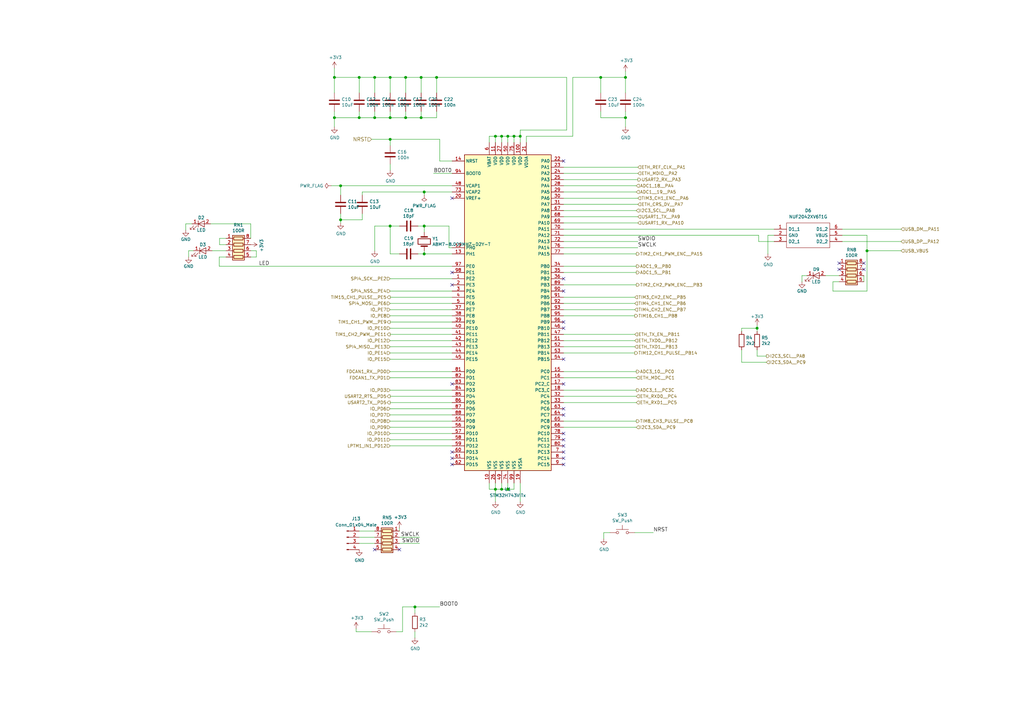
<source format=kicad_sch>
(kicad_sch (version 20201015) (generator eeschema)
  (paper "A3")
  (title_block (title "Uni printer") (date "2020-04-30") (rev "2.0") (company "Kartech") (comment 1 "jaroslaw.karwik@gmail.com"))
  (lib_symbols
    (symbol "Connector:Conn_01x04_Male" (pin_names (offset 1.016) hide)
      (property "Reference" "J" (at 0 5.08 0))
      (property "Value" "Conn_01x04_Male" (at 0 -7.62 0))
      (symbol "Conn_01x04_Male_1_1"
        (rectangle (start 0.8636 -4.953) (end 0 -5.207) (stroke (width 0.1524)) (fill (type outline)))
        (rectangle (start 0.8636 -2.413) (end 0 -2.667) (stroke (width 0.1524)) (fill (type outline)))
        (rectangle (start 0.8636 0.127) (end 0 -0.127) (stroke (width 0.1524)) (fill (type outline)))
        (rectangle (start 0.8636 2.667) (end 0 2.413) (stroke (width 0.1524)) (fill (type outline)))
        (polyline (pts (xy 1.27 -5.08) (xy 0.8636 -5.08)) (stroke (width 0.1524)))
        (polyline (pts (xy 1.27 -2.54) (xy 0.8636 -2.54)) (stroke (width 0.1524)))
        (polyline (pts (xy 1.27 0) (xy 0.8636 0)) (stroke (width 0.1524)))
        (polyline (pts (xy 1.27 2.54) (xy 0.8636 2.54)) (stroke (width 0.1524)))
        (pin passive line (at 5.08 2.54 180) (length 3.81) (name "Pin_1") (number "1"))
        (pin passive line (at 5.08 0 180) (length 3.81) (name "Pin_2") (number "2"))
        (pin passive line (at 5.08 -2.54 180) (length 3.81) (name "Pin_3") (number "3"))
        (pin passive line (at 5.08 -5.08 180) (length 3.81) (name "Pin_4") (number "4"))
      )
    )
    (symbol "MCU_ST_STM32H7:STM32H743VITx"
      (property "Reference" "U" (at -17.78 64.77 0))
      (property "Value" "STM32H743VITx" (at 10.16 64.77 0))
      (symbol "STM32H743VITx_0_1"
        (rectangle (start -17.78 -66.04) (end 17.78 63.5) (stroke (width 0.254)) (fill (type background)))
      )
      (symbol "STM32H743VITx_1_1"
        (pin input line (at -22.86 55.88 0) (length 5.08) (name "BOOT0") (number "94"))
        (pin input line (at -22.86 60.96 0) (length 5.08) (name "NRST") (number "14"))
        (pin bidirectional line (at 22.86 60.96 180) (length 5.08) (name "PA0") (number "22"))
        (pin bidirectional line (at 22.86 58.42 180) (length 5.08) (name "PA1") (number "23"))
        (pin bidirectional line (at 22.86 35.56 180) (length 5.08) (name "PA10") (number "69"))
        (pin bidirectional line (at 22.86 33.02 180) (length 5.08) (name "PA11") (number "70"))
        (pin bidirectional line (at 22.86 30.48 180) (length 5.08) (name "PA12") (number "71"))
        (pin bidirectional line (at 22.86 27.94 180) (length 5.08) (name "PA13") (number "72"))
        (pin bidirectional line (at 22.86 25.4 180) (length 5.08) (name "PA14") (number "76"))
        (pin bidirectional line (at 22.86 22.86 180) (length 5.08) (name "PA15") (number "77"))
        (pin bidirectional line (at 22.86 55.88 180) (length 5.08) (name "PA2") (number "24"))
        (pin bidirectional line (at 22.86 53.34 180) (length 5.08) (name "PA3") (number "25"))
        (pin bidirectional line (at 22.86 50.8 180) (length 5.08) (name "PA4") (number "28"))
        (pin bidirectional line (at 22.86 48.26 180) (length 5.08) (name "PA5") (number "29"))
        (pin bidirectional line (at 22.86 45.72 180) (length 5.08) (name "PA6") (number "30"))
        (pin bidirectional line (at 22.86 43.18 180) (length 5.08) (name "PA7") (number "31"))
        (pin bidirectional line (at 22.86 40.64 180) (length 5.08) (name "PA8") (number "67"))
        (pin bidirectional line (at 22.86 38.1 180) (length 5.08) (name "PA9") (number "68"))
        (pin bidirectional line (at 22.86 17.78 180) (length 5.08) (name "PB0") (number "34"))
        (pin bidirectional line (at 22.86 15.24 180) (length 5.08) (name "PB1") (number "35"))
        (pin bidirectional line (at 22.86 -7.62 180) (length 5.08) (name "PB10") (number "46"))
        (pin bidirectional line (at 22.86 -10.16 180) (length 5.08) (name "PB11") (number "47"))
        (pin bidirectional line (at 22.86 -12.7 180) (length 5.08) (name "PB12") (number "51"))
        (pin bidirectional line (at 22.86 -15.24 180) (length 5.08) (name "PB13") (number "52"))
        (pin bidirectional line (at 22.86 -17.78 180) (length 5.08) (name "PB14") (number "53"))
        (pin bidirectional line (at 22.86 -20.32 180) (length 5.08) (name "PB15") (number "54"))
        (pin bidirectional line (at 22.86 12.7 180) (length 5.08) (name "PB2") (number "36"))
        (pin bidirectional line (at 22.86 10.16 180) (length 5.08) (name "PB3") (number "89"))
        (pin bidirectional line (at 22.86 7.62 180) (length 5.08) (name "PB4") (number "90"))
        (pin bidirectional line (at 22.86 5.08 180) (length 5.08) (name "PB5") (number "91"))
        (pin bidirectional line (at 22.86 2.54 180) (length 5.08) (name "PB6") (number "92"))
        (pin bidirectional line (at 22.86 0 180) (length 5.08) (name "PB7") (number "93"))
        (pin bidirectional line (at 22.86 -2.54 180) (length 5.08) (name "PB8") (number "95"))
        (pin bidirectional line (at 22.86 -5.08 180) (length 5.08) (name "PB9") (number "96"))
        (pin bidirectional line (at 22.86 -25.4 180) (length 5.08) (name "PC0") (number "15"))
        (pin bidirectional line (at 22.86 -27.94 180) (length 5.08) (name "PC1") (number "16"))
        (pin bidirectional line (at 22.86 -50.8 180) (length 5.08) (name "PC10") (number "78"))
        (pin bidirectional line (at 22.86 -53.34 180) (length 5.08) (name "PC11") (number "79"))
        (pin bidirectional line (at 22.86 -55.88 180) (length 5.08) (name "PC12") (number "80"))
        (pin bidirectional line (at 22.86 -58.42 180) (length 5.08) (name "PC13") (number "7"))
        (pin bidirectional line (at 22.86 -60.96 180) (length 5.08) (name "PC14") (number "8"))
        (pin bidirectional line (at 22.86 -63.5 180) (length 5.08) (name "PC15") (number "9"))
        (pin bidirectional line (at 22.86 -30.48 180) (length 5.08) (name "PC2_C") (number "17"))
        (pin bidirectional line (at 22.86 -33.02 180) (length 5.08) (name "PC3_C") (number "18"))
        (pin bidirectional line (at 22.86 -35.56 180) (length 5.08) (name "PC4") (number "32"))
        (pin bidirectional line (at 22.86 -38.1 180) (length 5.08) (name "PC5") (number "33"))
        (pin bidirectional line (at 22.86 -40.64 180) (length 5.08) (name "PC6") (number "63"))
        (pin bidirectional line (at 22.86 -43.18 180) (length 5.08) (name "PC7") (number "64"))
        (pin bidirectional line (at 22.86 -45.72 180) (length 5.08) (name "PC8") (number "65"))
        (pin bidirectional line (at 22.86 -48.26 180) (length 5.08) (name "PC9") (number "66"))
        (pin bidirectional line (at -22.86 -25.4 0) (length 5.08) (name "PD0") (number "81"))
        (pin bidirectional line (at -22.86 -27.94 0) (length 5.08) (name "PD1") (number "82"))
        (pin bidirectional line (at -22.86 -50.8 0) (length 5.08) (name "PD10") (number "57"))
        (pin bidirectional line (at -22.86 -53.34 0) (length 5.08) (name "PD11") (number "58"))
        (pin bidirectional line (at -22.86 -55.88 0) (length 5.08) (name "PD12") (number "59"))
        (pin bidirectional line (at -22.86 -58.42 0) (length 5.08) (name "PD13") (number "60"))
        (pin bidirectional line (at -22.86 -60.96 0) (length 5.08) (name "PD14") (number "61"))
        (pin bidirectional line (at -22.86 -63.5 0) (length 5.08) (name "PD15") (number "62"))
        (pin bidirectional line (at -22.86 -30.48 0) (length 5.08) (name "PD2") (number "83"))
        (pin bidirectional line (at -22.86 -33.02 0) (length 5.08) (name "PD3") (number "84"))
        (pin bidirectional line (at -22.86 -35.56 0) (length 5.08) (name "PD4") (number "85"))
        (pin bidirectional line (at -22.86 -38.1 0) (length 5.08) (name "PD5") (number "86"))
        (pin bidirectional line (at -22.86 -40.64 0) (length 5.08) (name "PD6") (number "87"))
        (pin bidirectional line (at -22.86 -43.18 0) (length 5.08) (name "PD7") (number "88"))
        (pin bidirectional line (at -22.86 -45.72 0) (length 5.08) (name "PD8") (number "55"))
        (pin bidirectional line (at -22.86 -48.26 0) (length 5.08) (name "PD9") (number "56"))
        (pin bidirectional line (at -22.86 17.78 0) (length 5.08) (name "PE0") (number "97"))
        (pin bidirectional line (at -22.86 15.24 0) (length 5.08) (name "PE1") (number "98"))
        (pin bidirectional line (at -22.86 -7.62 0) (length 5.08) (name "PE10") (number "40"))
        (pin bidirectional line (at -22.86 -10.16 0) (length 5.08) (name "PE11") (number "41"))
        (pin bidirectional line (at -22.86 -12.7 0) (length 5.08) (name "PE12") (number "42"))
        (pin bidirectional line (at -22.86 -15.24 0) (length 5.08) (name "PE13") (number "43"))
        (pin bidirectional line (at -22.86 -17.78 0) (length 5.08) (name "PE14") (number "44"))
        (pin bidirectional line (at -22.86 -20.32 0) (length 5.08) (name "PE15") (number "45"))
        (pin bidirectional line (at -22.86 12.7 0) (length 5.08) (name "PE2") (number "1"))
        (pin bidirectional line (at -22.86 10.16 0) (length 5.08) (name "PE3") (number "2"))
        (pin bidirectional line (at -22.86 7.62 0) (length 5.08) (name "PE4") (number "3"))
        (pin bidirectional line (at -22.86 5.08 0) (length 5.08) (name "PE5") (number "4"))
        (pin bidirectional line (at -22.86 2.54 0) (length 5.08) (name "PE6") (number "5"))
        (pin bidirectional line (at -22.86 0 0) (length 5.08) (name "PE7") (number "37"))
        (pin bidirectional line (at -22.86 -2.54 0) (length 5.08) (name "PE8") (number "38"))
        (pin bidirectional line (at -22.86 -5.08 0) (length 5.08) (name "PE9") (number "39"))
        (pin input line (at -22.86 25.4 0) (length 5.08) (name "PH0") (number "12"))
        (pin input line (at -22.86 22.86 0) (length 5.08) (name "PH1") (number "13"))
        (pin power_in line (at -7.62 68.58 270) (length 5.08) (name "VBAT") (number "6"))
        (pin power_in line (at -22.86 50.8 0) (length 5.08) (name "VCAP1") (number "48"))
        (pin power_in line (at -22.86 48.26 0) (length 5.08) (name "VCAP2") (number "73"))
        (pin power_in line (at 5.08 68.58 270) (length 5.08) (name "VDD") (number "100"))
        (pin power_in line (at -5.08 68.58 270) (length 5.08) (name "VDD") (number "11"))
        (pin power_in line (at -2.54 68.58 270) (length 5.08) (name "VDD") (number "27"))
        (pin power_in line (at 0 68.58 270) (length 5.08) (name "VDD") (number "50"))
        (pin power_in line (at 2.54 68.58 270) (length 5.08) (name "VDD") (number "75"))
        (pin power_in line (at 7.62 68.58 270) (length 5.08) (name "VDDA") (number "21"))
        (pin bidirectional line (at -22.86 45.72 0) (length 5.08) (name "VREF+") (number "20"))
        (pin power_in line (at -7.62 -71.12 90) (length 5.08) (name "VSS") (number "10"))
        (pin power_in line (at -5.08 -71.12 90) (length 5.08) (name "VSS") (number "26"))
        (pin power_in line (at -2.54 -71.12 90) (length 5.08) (name "VSS") (number "49"))
        (pin power_in line (at 0 -71.12 90) (length 5.08) (name "VSS") (number "74"))
        (pin power_in line (at 2.54 -71.12 90) (length 5.08) (name "VSS") (number "99"))
        (pin power_in line (at 5.08 -71.12 90) (length 5.08) (name "VSSA") (number "19"))
      )
    )
    (symbol "NUF2042XV6T1G:NUF2042XV6T1G" (pin_names (offset 0.762))
      (property "Reference" "D" (at 24.13 7.62 0))
      (property "Value" "NUF2042XV6T1G" (at 24.13 5.08 0))
      (symbol "NUF2042XV6T1G_0_0"
        (pin unspecified line (at 0 0 0) (length 5.08) (name "D1_1") (number "1"))
        (pin unspecified line (at 0 -2.54 0) (length 5.08) (name "GND") (number "2"))
        (pin unspecified line (at 0 -5.08 0) (length 5.08) (name "D2_1") (number "3"))
        (pin unspecified line (at 27.94 0 180) (length 5.08) (name "D1_2") (number "6"))
        (pin unspecified line (at 27.94 -2.54 180) (length 5.08) (name "VBUS") (number "5"))
        (pin unspecified line (at 27.94 -5.08 180) (length 5.08) (name "D2_2") (number "4"))
      )
      (symbol "NUF2042XV6T1G_0_1"
        (polyline (pts (xy 5.08 2.54) (xy 22.86 2.54) (xy 22.86 -7.62) (xy 5.08 -7.62) (xy 5.08 2.54)) (stroke (width 0.1524)))
      )
    )
    (symbol "Uni_Printer-rescue:C-Device" (pin_numbers hide) (pin_names (offset 0.254))
      (property "Reference" "C" (at 0.635 2.54 0))
      (property "Value" "C-Device" (at 0.635 -2.54 0))
      (symbol "C-Device_0_1"
        (polyline (pts (xy -2.032 -0.762) (xy 2.032 -0.762)) (stroke (width 0.508)))
        (polyline (pts (xy -2.032 0.762) (xy 2.032 0.762)) (stroke (width 0.508)))
      )
      (symbol "C-Device_1_1"
        (pin passive line (at 0 3.81 270) (length 2.794) (name "~") (number "1"))
        (pin passive line (at 0 -3.81 90) (length 2.794) (name "~") (number "2"))
      )
    )
    (symbol "Uni_Printer-rescue:Crystal-Device" (pin_numbers hide) (pin_names (offset 1.016) hide)
      (property "Reference" "Y" (at 0 3.81 0))
      (property "Value" "Crystal-Device" (at 0 -3.81 0))
      (symbol "Crystal-Device_0_1"
        (rectangle (start -1.143 2.54) (end 1.143 -2.54) (stroke (width 0.3048)))
        (polyline (pts (xy -2.54 0) (xy -1.905 0)))
        (polyline (pts (xy -1.905 -1.27) (xy -1.905 1.27)) (stroke (width 0.508)))
        (polyline (pts (xy 1.905 -1.27) (xy 1.905 1.27)) (stroke (width 0.508)))
        (polyline (pts (xy 2.54 0) (xy 1.905 0)))
      )
      (symbol "Crystal-Device_1_1"
        (pin passive line (at -3.81 0 0) (length 1.27) (name "1") (number "1"))
        (pin passive line (at 3.81 0 180) (length 1.27) (name "2") (number "2"))
      )
    )
    (symbol "Uni_Printer-rescue:GND-Sensor_tank_v1-rescue-Uni_General_v1-rescue-Uni_Printer_v1-rescue" (power) (pin_names (offset 0))
      (property "Value" "GND-Sensor_tank_v1-rescue-Uni_General_v1-rescue-Uni_Printer_v1-rescue" (at 0 -3.81 0))
      (symbol "GND-Sensor_tank_v1-rescue-Uni_General_v1-rescue-Uni_Printer_v1-rescue_0_1"
        (polyline (pts (xy 0 0) (xy 0 -1.27) (xy 1.27 -1.27) (xy 0 -2.54) (xy -1.27 -1.27) (xy 0 -1.27)))
      )
      (symbol "GND-Sensor_tank_v1-rescue-Uni_General_v1-rescue-Uni_Printer_v1-rescue_1_1"
        (pin power_in line (at 0 0 270) (length 0) hide (name "GND") (number "1"))
      )
    )
    (symbol "Uni_Printer-rescue:GND-lampa_uv-cache-Sensor_tank_v1-rescue-Uni_General_v1-rescue-Uni_Printer_v1-rescue" (power) (pin_names (offset 0))
      (property "Value" "GND-lampa_uv-cache-Sensor_tank_v1-rescue-Uni_General_v1-rescue-Uni_Printer_v1-rescue" (at 0 -3.81 0))
      (symbol "GND-lampa_uv-cache-Sensor_tank_v1-rescue-Uni_General_v1-rescue-Uni_Printer_v1-rescue_0_1"
        (polyline (pts (xy 0 0) (xy 0 -1.27) (xy 1.27 -1.27) (xy 0 -2.54) (xy -1.27 -1.27) (xy 0 -1.27)))
      )
      (symbol "GND-lampa_uv-cache-Sensor_tank_v1-rescue-Uni_General_v1-rescue-Uni_Printer_v1-rescue_1_1"
        (pin power_in line (at 0 0 270) (length 0) hide (name "GND") (number "1"))
      )
    )
    (symbol "Uni_Printer-rescue:LED-Sensor_tank_v1-rescue-Uni_General_v1-rescue-Uni_Printer_v1-rescue" (pin_names (offset 1.016) hide)
      (property "Reference" "D" (at 0 2.54 0))
      (property "Value" "LED-Sensor_tank_v1-rescue-Uni_General_v1-rescue-Uni_Printer_v1-rescue" (at 0 -2.54 0))
      (symbol "LED-Sensor_tank_v1-rescue-Uni_General_v1-rescue-Uni_Printer_v1-rescue_0_1"
        (polyline (pts (xy -1.27 -1.27) (xy -1.27 1.27)) (stroke (width 0.2032)))
        (polyline (pts (xy -1.27 0) (xy 1.27 0)))
        (polyline (pts (xy 1.27 -1.27) (xy 1.27 1.27) (xy -1.27 0) (xy 1.27 -1.27)) (stroke (width 0.2032)))
        (polyline (pts (xy -3.048 -0.762) (xy -4.572 -2.286) (xy -3.81 -2.286) (xy -4.572 -2.286) (xy -4.572 -1.524)))
        (polyline (pts (xy -1.778 -0.762) (xy -3.302 -2.286) (xy -2.54 -2.286) (xy -3.302 -2.286) (xy -3.302 -1.524)))
      )
      (symbol "LED-Sensor_tank_v1-rescue-Uni_General_v1-rescue-Uni_Printer_v1-rescue_1_1"
        (pin passive line (at -3.81 0 0) (length 2.54) (name "K") (number "1"))
        (pin passive line (at 3.81 0 180) (length 2.54) (name "A") (number "2"))
      )
    )
    (symbol "Uni_Printer-rescue:PWR_FLAG-mfc_base_lib-Sensor_tank_v1-rescue-Uni_General_v1-rescue-Uni_Printer_v1-rescue" (power) (pin_numbers hide) (pin_names (offset 0) hide)
      (property "Value" "PWR_FLAG-mfc_base_lib-Sensor_tank_v1-rescue-Uni_General_v1-rescue-Uni_Printer_v1-rescue" (at 0 3.81 0))
      (symbol "PWR_FLAG-mfc_base_lib-Sensor_tank_v1-rescue-Uni_General_v1-rescue-Uni_Printer_v1-rescue_0_0"
        (pin power_out line (at 0 0 90) (length 0) (name "pwr") (number "1"))
      )
      (symbol "PWR_FLAG-mfc_base_lib-Sensor_tank_v1-rescue-Uni_General_v1-rescue-Uni_Printer_v1-rescue_0_1"
        (polyline (pts (xy 0 0) (xy 0 1.27) (xy -1.016 1.905) (xy 0 2.54) (xy 1.016 1.905) (xy 0 1.27)))
      )
    )
    (symbol "Uni_Printer-rescue:R-Device" (pin_numbers hide) (pin_names (offset 0))
      (property "Reference" "R" (at 2.032 0 90))
      (property "Value" "R-Device" (at 0 0 90))
      (symbol "R-Device_0_1"
        (rectangle (start -1.016 -2.54) (end 1.016 2.54) (stroke (width 0.254)))
      )
      (symbol "R-Device_1_1"
        (pin passive line (at 0 3.81 270) (length 1.27) (name "~") (number "1"))
        (pin passive line (at 0 -3.81 90) (length 1.27) (name "~") (number "2"))
      )
    )
    (symbol "Uni_Printer-rescue:R_Pack04-Device" (pin_names (offset 0) hide)
      (property "Reference" "RN" (at -7.62 0 90))
      (property "Value" "R_Pack04-Device" (at 5.08 0 90))
      (symbol "R_Pack04-Device_0_1"
        (rectangle (start -5.715 1.905) (end -4.445 -1.905) (stroke (width 0.254)))
        (rectangle (start -3.175 1.905) (end -1.905 -1.905) (stroke (width 0.254)))
        (rectangle (start -0.635 1.905) (end 0.635 -1.905) (stroke (width 0.254)))
        (rectangle (start 1.905 1.905) (end 3.175 -1.905) (stroke (width 0.254)))
        (rectangle (start -6.35 -2.413) (end 3.81 2.413) (stroke (width 0.254)) (fill (type background)))
        (polyline (pts (xy -5.08 -2.54) (xy -5.08 -1.905)))
        (polyline (pts (xy -5.08 1.905) (xy -5.08 2.54)))
        (polyline (pts (xy -2.54 -2.54) (xy -2.54 -1.905)))
        (polyline (pts (xy -2.54 1.905) (xy -2.54 2.54)))
        (polyline (pts (xy 0 -2.54) (xy 0 -1.905)))
        (polyline (pts (xy 0 1.905) (xy 0 2.54)))
        (polyline (pts (xy 2.54 -2.54) (xy 2.54 -1.905)))
        (polyline (pts (xy 2.54 1.905) (xy 2.54 2.54)))
      )
      (symbol "R_Pack04-Device_1_1"
        (pin passive line (at -5.08 -5.08 90) (length 2.54) (name "R1.1") (number "1"))
        (pin passive line (at -2.54 -5.08 90) (length 2.54) (name "R2.1") (number "2"))
        (pin passive line (at 0 -5.08 90) (length 2.54) (name "R3.1") (number "3"))
        (pin passive line (at 2.54 -5.08 90) (length 2.54) (name "R4.1") (number "4"))
        (pin passive line (at 2.54 5.08 270) (length 2.54) (name "R4.2") (number "5"))
        (pin passive line (at 0 5.08 270) (length 2.54) (name "R3.2") (number "6"))
        (pin passive line (at -2.54 5.08 270) (length 2.54) (name "R2.2") (number "7"))
        (pin passive line (at -5.08 5.08 270) (length 2.54) (name "R1.2") (number "8"))
      )
    )
    (symbol "Uni_Printer-rescue:SW_Push-Switch" (pin_numbers hide) (pin_names (offset 1.016) hide)
      (property "Reference" "SW" (at 1.27 2.54 0))
      (property "Value" "SW_Push-Switch" (at 0 -1.524 0))
      (symbol "SW_Push-Switch_0_1"
        (circle (center -2.032 0) (radius 0.508))
        (circle (center 2.032 0) (radius 0.508))
        (polyline (pts (xy 0 1.27) (xy 0 3.048)))
        (polyline (pts (xy 2.54 1.27) (xy -2.54 1.27)))
        (pin passive line (at -5.08 0 0) (length 2.54) (name "1") (number "1"))
        (pin passive line (at 5.08 0 180) (length 2.54) (name "2") (number "2"))
      )
    )
    (symbol "power:+3V3" (power) (pin_names (offset 0))
      (property "Value" "+3V3" (at 0 3.556 0))
      (symbol "+3V3_0_1"
        (polyline (pts (xy -0.762 1.27) (xy 0 2.54)))
        (polyline (pts (xy 0 0) (xy 0 2.54)))
        (polyline (pts (xy 0 2.54) (xy 0.762 1.27)))
      )
      (symbol "+3V3_1_1"
        (pin power_in line (at 0 0 90) (length 0) hide (name "+3V3") (number "1"))
      )
    )
  )
  (junction (at 137.16 31.75) (diameter 1.016))
  (junction (at 137.16 48.26) (diameter 1.016))
  (junction (at 139.7 76.2) (diameter 1.016))
  (junction (at 139.7 90.17) (diameter 1.016))
  (junction (at 147.32 31.75) (diameter 1.016))
  (junction (at 147.32 48.26) (diameter 1.016))
  (junction (at 153.67 31.75) (diameter 1.016))
  (junction (at 153.67 48.26) (diameter 1.016))
  (junction (at 160.02 31.75) (diameter 1.016))
  (junction (at 160.02 48.26) (diameter 1.016))
  (junction (at 160.02 57.15) (diameter 1.016))
  (junction (at 160.02 92.71) (diameter 1.016))
  (junction (at 166.37 31.75) (diameter 1.016))
  (junction (at 166.37 48.26) (diameter 1.016))
  (junction (at 170.18 248.92) (diameter 1.016))
  (junction (at 172.72 31.75) (diameter 1.016))
  (junction (at 172.72 48.26) (diameter 1.016))
  (junction (at 173.99 78.74) (diameter 1.016))
  (junction (at 173.99 92.71) (diameter 1.016))
  (junction (at 173.99 104.14) (diameter 1.016))
  (junction (at 179.07 31.75) (diameter 1.016))
  (junction (at 203.2 55.88) (diameter 1.016))
  (junction (at 203.2 200.66) (diameter 1.016))
  (junction (at 205.74 55.88) (diameter 1.016))
  (junction (at 205.74 200.66) (diameter 1.016))
  (junction (at 208.28 55.88) (diameter 1.016))
  (junction (at 208.28 200.66) (diameter 1.016))
  (junction (at 210.82 55.88) (diameter 1.016))
  (junction (at 213.36 55.88) (diameter 1.016))
  (junction (at 246.38 31.75) (diameter 1.016))
  (junction (at 256.54 31.75) (diameter 1.016))
  (junction (at 256.54 48.26) (diameter 1.016))
  (junction (at 310.515 134.62) (diameter 1.016))
  (junction (at 355.6 102.87) (diameter 1.016))
  (no_connect (at 185.42 157.48))
  (no_connect (at 231.14 167.64))
  (no_connect (at 163.83 225.425))
  (no_connect (at 231.14 114.3))
  (no_connect (at 153.67 225.425))
  (no_connect (at 344.17 110.49))
  (no_connect (at 231.14 187.96))
  (no_connect (at 231.14 119.38))
  (no_connect (at 231.14 177.8))
  (no_connect (at 185.42 81.28))
  (no_connect (at 185.42 187.96))
  (no_connect (at 231.14 185.42))
  (no_connect (at 231.14 157.48))
  (no_connect (at 231.14 190.5))
  (no_connect (at 231.14 182.88))
  (no_connect (at 354.33 107.95))
  (no_connect (at 231.14 132.08))
  (no_connect (at 185.42 116.84))
  (no_connect (at 231.14 66.04))
  (no_connect (at 231.14 170.18))
  (no_connect (at 354.33 110.49))
  (no_connect (at 185.42 111.76))
  (no_connect (at 185.42 185.42))
  (no_connect (at 231.14 134.62))
  (no_connect (at 231.14 180.34))
  (no_connect (at 185.42 190.5))
  (no_connect (at 344.17 107.95))
  (no_connect (at 231.14 147.32))
  (wire (pts (xy 76.2 91.821) (xy 76.2 94.361)))
  (wire (pts (xy 77.343 102.87) (xy 77.343 105.41)))
  (wire (pts (xy 78.74 91.821) (xy 76.2 91.821)))
  (wire (pts (xy 79.375 102.87) (xy 77.343 102.87)))
  (wire (pts (xy 86.995 102.87) (xy 92.71 102.87)))
  (wire (pts (xy 89.916 105.41) (xy 89.916 109.22)))
  (wire (pts (xy 89.916 109.22) (xy 185.42 109.22)))
  (wire (pts (xy 90.043 97.79) (xy 90.043 100.33)))
  (wire (pts (xy 90.043 97.79) (xy 92.71 97.79)))
  (wire (pts (xy 90.043 100.33) (xy 92.71 100.33)))
  (wire (pts (xy 92.71 105.41) (xy 89.916 105.41)))
  (wire (pts (xy 102.87 91.821) (xy 86.36 91.821)))
  (wire (pts (xy 102.87 97.79) (xy 102.87 91.821)))
  (wire (pts (xy 102.87 102.87) (xy 105.156 102.87)))
  (wire (pts (xy 105.156 102.87) (xy 105.156 105.41)))
  (wire (pts (xy 105.156 105.41) (xy 102.87 105.41)))
  (wire (pts (xy 137.16 31.75) (xy 137.16 27.94)))
  (wire (pts (xy 137.16 38.1) (xy 137.16 31.75)))
  (wire (pts (xy 137.16 48.26) (xy 137.16 45.72)))
  (wire (pts (xy 137.16 52.07) (xy 137.16 48.26)))
  (wire (pts (xy 139.7 76.2) (xy 135.89 76.2)))
  (wire (pts (xy 139.7 76.2) (xy 139.7 80.01)))
  (wire (pts (xy 139.7 87.63) (xy 139.7 90.17)))
  (wire (pts (xy 139.7 90.17) (xy 139.7 91.44)))
  (wire (pts (xy 139.7 90.17) (xy 148.59 90.17)))
  (wire (pts (xy 146.05 257.81) (xy 146.05 259.08)))
  (wire (pts (xy 146.05 259.08) (xy 152.4 259.08)))
  (wire (pts (xy 147.32 31.75) (xy 137.16 31.75)))
  (wire (pts (xy 147.32 31.75) (xy 153.67 31.75)))
  (wire (pts (xy 147.32 38.1) (xy 147.32 31.75)))
  (wire (pts (xy 147.32 48.26) (xy 137.16 48.26)))
  (wire (pts (xy 147.32 48.26) (xy 147.32 45.72)))
  (wire (pts (xy 147.32 217.805) (xy 153.67 217.805)))
  (wire (pts (xy 147.32 220.345) (xy 153.67 220.345)))
  (wire (pts (xy 147.32 222.885) (xy 153.67 222.885)))
  (wire (pts (xy 148.59 78.74) (xy 173.99 78.74)))
  (wire (pts (xy 148.59 80.01) (xy 148.59 78.74)))
  (wire (pts (xy 148.59 90.17) (xy 148.59 87.63)))
  (wire (pts (xy 152.4 57.15) (xy 160.02 57.15)))
  (wire (pts (xy 153.67 31.75) (xy 160.02 31.75)))
  (wire (pts (xy 153.67 38.1) (xy 153.67 31.75)))
  (wire (pts (xy 153.67 48.26) (xy 147.32 48.26)))
  (wire (pts (xy 153.67 48.26) (xy 153.67 45.72)))
  (wire (pts (xy 153.67 92.71) (xy 160.02 92.71)))
  (wire (pts (xy 153.67 102.87) (xy 153.67 92.71)))
  (wire (pts (xy 160.02 31.75) (xy 166.37 31.75)))
  (wire (pts (xy 160.02 38.1) (xy 160.02 31.75)))
  (wire (pts (xy 160.02 48.26) (xy 153.67 48.26)))
  (wire (pts (xy 160.02 48.26) (xy 160.02 45.72)))
  (wire (pts (xy 160.02 57.15) (xy 160.02 59.69)))
  (wire (pts (xy 160.02 57.15) (xy 180.34 57.15)))
  (wire (pts (xy 160.02 69.85) (xy 160.02 67.31)))
  (wire (pts (xy 160.02 92.71) (xy 160.02 104.14)))
  (wire (pts (xy 160.02 104.14) (xy 163.83 104.14)))
  (wire (pts (xy 160.02 114.3) (xy 185.42 114.3)))
  (wire (pts (xy 160.02 119.38) (xy 185.42 119.38)))
  (wire (pts (xy 160.02 124.46) (xy 185.42 124.46)))
  (wire (pts (xy 160.02 132.08) (xy 185.42 132.08)))
  (wire (pts (xy 160.02 137.16) (xy 185.42 137.16)))
  (wire (pts (xy 160.02 142.24) (xy 185.42 142.24)))
  (wire (pts (xy 160.02 152.4) (xy 185.42 152.4)))
  (wire (pts (xy 160.02 154.94) (xy 185.42 154.94)))
  (wire (pts (xy 160.02 162.56) (xy 185.42 162.56)))
  (wire (pts (xy 160.02 165.1) (xy 185.42 165.1)))
  (wire (pts (xy 160.02 182.88) (xy 185.42 182.88)))
  (wire (pts (xy 162.56 259.08) (xy 165.1 259.08)))
  (wire (pts (xy 163.83 92.71) (xy 160.02 92.71)))
  (wire (pts (xy 163.83 217.805) (xy 163.83 216.535)))
  (wire (pts (xy 163.83 220.345) (xy 172.085 220.345)))
  (wire (pts (xy 163.83 222.885) (xy 172.085 222.885)))
  (wire (pts (xy 165.1 248.92) (xy 170.18 248.92)))
  (wire (pts (xy 165.1 259.08) (xy 165.1 248.92)))
  (wire (pts (xy 166.37 31.75) (xy 172.72 31.75)))
  (wire (pts (xy 166.37 38.1) (xy 166.37 31.75)))
  (wire (pts (xy 166.37 48.26) (xy 160.02 48.26)))
  (wire (pts (xy 166.37 48.26) (xy 166.37 45.72)))
  (wire (pts (xy 170.18 248.92) (xy 170.18 251.46)))
  (wire (pts (xy 170.18 248.92) (xy 180.34 248.92)))
  (wire (pts (xy 170.18 259.08) (xy 170.18 261.62)))
  (wire (pts (xy 172.72 31.75) (xy 179.07 31.75)))
  (wire (pts (xy 172.72 38.1) (xy 172.72 31.75)))
  (wire (pts (xy 172.72 48.26) (xy 166.37 48.26)))
  (wire (pts (xy 172.72 48.26) (xy 172.72 45.72)))
  (wire (pts (xy 173.99 78.74) (xy 173.99 80.01)))
  (wire (pts (xy 173.99 78.74) (xy 185.42 78.74)))
  (wire (pts (xy 173.99 92.71) (xy 171.45 92.71)))
  (wire (pts (xy 173.99 92.71) (xy 184.15 92.71)))
  (wire (pts (xy 173.99 95.25) (xy 173.99 92.71)))
  (wire (pts (xy 173.99 104.14) (xy 171.45 104.14)))
  (wire (pts (xy 173.99 104.14) (xy 173.99 102.87)))
  (wire (pts (xy 177.8 71.12) (xy 185.42 71.12)))
  (wire (pts (xy 179.07 31.75) (xy 232.41 31.75)))
  (wire (pts (xy 179.07 38.1) (xy 179.07 31.75)))
  (wire (pts (xy 179.07 48.26) (xy 172.72 48.26)))
  (wire (pts (xy 179.07 48.26) (xy 179.07 45.72)))
  (wire (pts (xy 180.34 57.15) (xy 180.34 66.04)))
  (wire (pts (xy 184.15 92.71) (xy 184.15 101.6)))
  (wire (pts (xy 184.15 101.6) (xy 185.42 101.6)))
  (wire (pts (xy 185.42 66.04) (xy 180.34 66.04)))
  (wire (pts (xy 185.42 76.2) (xy 139.7 76.2)))
  (wire (pts (xy 185.42 104.14) (xy 173.99 104.14)))
  (wire (pts (xy 185.42 121.92) (xy 160.02 121.92)))
  (wire (pts (xy 185.42 127) (xy 160.02 127)))
  (wire (pts (xy 185.42 129.54) (xy 160.02 129.54)))
  (wire (pts (xy 185.42 134.62) (xy 160.02 134.62)))
  (wire (pts (xy 185.42 139.7) (xy 160.02 139.7)))
  (wire (pts (xy 185.42 144.78) (xy 160.02 144.78)))
  (wire (pts (xy 185.42 147.32) (xy 160.02 147.32)))
  (wire (pts (xy 185.42 160.02) (xy 160.02 160.02)))
  (wire (pts (xy 185.42 167.64) (xy 160.02 167.64)))
  (wire (pts (xy 185.42 170.18) (xy 160.02 170.18)))
  (wire (pts (xy 185.42 172.72) (xy 160.02 172.72)))
  (wire (pts (xy 185.42 175.26) (xy 160.02 175.26)))
  (wire (pts (xy 185.42 177.8) (xy 160.02 177.8)))
  (wire (pts (xy 185.42 180.34) (xy 160.02 180.34)))
  (wire (pts (xy 200.66 55.88) (xy 203.2 55.88)))
  (wire (pts (xy 200.66 58.42) (xy 200.66 55.88)))
  (wire (pts (xy 200.66 200.66) (xy 200.66 198.12)))
  (wire (pts (xy 203.2 55.88) (xy 203.2 58.42)))
  (wire (pts (xy 203.2 55.88) (xy 205.74 55.88)))
  (wire (pts (xy 203.2 200.66) (xy 200.66 200.66)))
  (wire (pts (xy 203.2 200.66) (xy 203.2 198.12)))
  (wire (pts (xy 203.2 205.74) (xy 203.2 200.66)))
  (wire (pts (xy 205.74 55.88) (xy 205.74 58.42)))
  (wire (pts (xy 205.74 55.88) (xy 208.28 55.88)))
  (wire (pts (xy 205.74 198.12) (xy 205.74 200.66)))
  (wire (pts (xy 205.74 200.66) (xy 203.2 200.66)))
  (wire (pts (xy 208.28 55.88) (xy 208.28 58.42)))
  (wire (pts (xy 208.28 55.88) (xy 210.82 55.88)))
  (wire (pts (xy 208.28 198.12) (xy 208.28 200.66)))
  (wire (pts (xy 208.28 200.66) (xy 205.74 200.66)))
  (wire (pts (xy 210.82 55.88) (xy 210.82 58.42)))
  (wire (pts (xy 210.82 55.88) (xy 213.36 55.88)))
  (wire (pts (xy 210.82 198.12) (xy 210.82 200.66)))
  (wire (pts (xy 210.82 200.66) (xy 208.28 200.66)))
  (wire (pts (xy 213.36 53.34) (xy 213.36 55.88)))
  (wire (pts (xy 213.36 53.34) (xy 232.41 53.34)))
  (wire (pts (xy 213.36 55.88) (xy 213.36 58.42)))
  (wire (pts (xy 213.36 198.12) (xy 213.36 205.74)))
  (wire (pts (xy 215.9 55.88) (xy 215.9 58.42)))
  (wire (pts (xy 215.9 55.88) (xy 234.95 55.88)))
  (wire (pts (xy 231.14 71.12) (xy 261.62 71.12)))
  (wire (pts (xy 231.14 73.66) (xy 261.62 73.66)))
  (wire (pts (xy 231.14 76.2) (xy 260.985 76.2)))
  (wire (pts (xy 231.14 78.74) (xy 260.985 78.74)))
  (wire (pts (xy 231.14 81.28) (xy 261.62 81.28)))
  (wire (pts (xy 231.14 86.36) (xy 260.985 86.36)))
  (wire (pts (xy 231.14 88.9) (xy 261.62 88.9)))
  (wire (pts (xy 231.14 91.44) (xy 261.62 91.44)))
  (wire (pts (xy 231.14 93.98) (xy 317.5 93.98)))
  (wire (pts (xy 231.14 96.52) (xy 311.15 96.52)))
  (wire (pts (xy 231.14 99.06) (xy 261.62 99.06)))
  (wire (pts (xy 231.14 101.6) (xy 261.62 101.6)))
  (wire (pts (xy 231.14 104.14) (xy 260.985 104.14)))
  (wire (pts (xy 231.14 109.22) (xy 260.985 109.22)))
  (wire (pts (xy 231.14 116.84) (xy 260.985 116.84)))
  (wire (pts (xy 231.14 121.92) (xy 260.35 121.92)))
  (wire (pts (xy 231.14 124.46) (xy 260.35 124.46)))
  (wire (pts (xy 231.14 127) (xy 260.35 127)))
  (wire (pts (xy 231.14 137.16) (xy 260.35 137.16)))
  (wire (pts (xy 231.14 139.7) (xy 260.35 139.7)))
  (wire (pts (xy 231.14 142.24) (xy 260.35 142.24)))
  (wire (pts (xy 231.14 154.94) (xy 260.985 154.94)))
  (wire (pts (xy 231.14 162.56) (xy 260.985 162.56)))
  (wire (pts (xy 231.14 165.1) (xy 260.985 165.1)))
  (wire (pts (xy 231.14 175.26) (xy 260.985 175.26)))
  (wire (pts (xy 232.41 53.34) (xy 232.41 31.75)))
  (wire (pts (xy 234.95 31.75) (xy 246.38 31.75)))
  (wire (pts (xy 234.95 55.88) (xy 234.95 31.75)))
  (wire (pts (xy 246.38 31.75) (xy 256.54 31.75)))
  (wire (pts (xy 246.38 38.1) (xy 246.38 31.75)))
  (wire (pts (xy 246.38 45.72) (xy 246.38 48.26)))
  (wire (pts (xy 246.38 48.26) (xy 256.54 48.26)))
  (wire (pts (xy 247.65 218.44) (xy 250.19 218.44)))
  (wire (pts (xy 247.65 220.98) (xy 247.65 218.44)))
  (wire (pts (xy 256.54 31.75) (xy 256.54 29.21)))
  (wire (pts (xy 256.54 38.1) (xy 256.54 31.75)))
  (wire (pts (xy 256.54 45.72) (xy 256.54 48.26)))
  (wire (pts (xy 256.54 48.26) (xy 256.54 52.07)))
  (wire (pts (xy 260.35 129.54) (xy 231.14 129.54)))
  (wire (pts (xy 260.35 144.78) (xy 231.14 144.78)))
  (wire (pts (xy 260.35 218.44) (xy 267.97 218.44)))
  (wire (pts (xy 260.985 111.76) (xy 231.14 111.76)))
  (wire (pts (xy 260.985 152.4) (xy 231.14 152.4)))
  (wire (pts (xy 260.985 160.02) (xy 231.14 160.02)))
  (wire (pts (xy 260.985 172.72) (xy 231.14 172.72)))
  (wire (pts (xy 261.62 68.58) (xy 231.14 68.58)))
  (wire (pts (xy 261.62 83.82) (xy 231.14 83.82)))
  (wire (pts (xy 304.165 134.62) (xy 310.515 134.62)))
  (wire (pts (xy 304.165 135.89) (xy 304.165 134.62)))
  (wire (pts (xy 304.165 143.51) (xy 304.165 148.59)))
  (wire (pts (xy 304.165 148.59) (xy 314.325 148.59)))
  (wire (pts (xy 310.515 133.35) (xy 310.515 134.62)))
  (wire (pts (xy 310.515 134.62) (xy 310.515 135.89)))
  (wire (pts (xy 310.515 143.51) (xy 310.515 146.05)))
  (wire (pts (xy 310.515 146.05) (xy 314.325 146.05)))
  (wire (pts (xy 311.15 99.06) (xy 311.15 96.52)))
  (wire (pts (xy 314.96 96.52) (xy 314.96 104.14)))
  (wire (pts (xy 317.5 96.52) (xy 314.96 96.52)))
  (wire (pts (xy 317.5 99.06) (xy 311.15 99.06)))
  (wire (pts (xy 328.93 113.03) (xy 328.93 115.57)))
  (wire (pts (xy 330.962 113.03) (xy 328.93 113.03)))
  (wire (pts (xy 338.582 113.03) (xy 344.17 113.03)))
  (wire (pts (xy 341.63 115.57) (xy 341.63 119.38)))
  (wire (pts (xy 341.63 115.57) (xy 344.17 115.57)))
  (wire (pts (xy 341.63 119.38) (xy 355.6 119.38)))
  (wire (pts (xy 345.44 93.98) (xy 369.57 93.98)))
  (wire (pts (xy 345.44 96.52) (xy 355.6 96.52)))
  (wire (pts (xy 354.33 113.03) (xy 354.33 115.57)))
  (wire (pts (xy 355.6 96.52) (xy 355.6 102.87)))
  (wire (pts (xy 355.6 102.87) (xy 355.6 119.38)))
  (wire (pts (xy 355.6 102.87) (xy 369.57 102.87)))
  (wire (pts (xy 369.57 99.06) (xy 345.44 99.06)))
  (label "LED" (at 110.49 109.22 180) (effects (font (size 1.524 1.524))))
  (label "SWCLK" (at 172.085 220.345 180) (effects (font (size 1.524 1.524))))
  (label "SWDIO" (at 172.085 222.885 180) (effects (font (size 1.524 1.524))))
  (label "BOOT0" (at 177.8 71.12 0) (effects (font (size 1.524 1.524))))
  (label "BOOT0" (at 180.34 248.92 0) (effects (font (size 1.524 1.524))))
  (label "SWDIO" (at 261.62 99.06 0) (effects (font (size 1.524 1.524))))
  (label "SWCLK" (at 261.62 101.6 0) (effects (font (size 1.524 1.524))))
  (label "NRST" (at 267.97 218.44 0) (effects (font (size 1.524 1.524))))
  (hierarchical_label "NRST" (shape input) (at 152.4 57.15 180) (effects (font (size 1.524 1.524))))
  (hierarchical_label "SPI4_SCK__PE2" (shape input) (at 160.02 114.3 180))
  (hierarchical_label "SPI4_NSS__PE4" (shape input) (at 160.02 119.38 180))
  (hierarchical_label "TIM15_CH1_PULSE__PE5" (shape output) (at 160.02 121.92 180))
  (hierarchical_label "SPI4_MOSI__PE6" (shape input) (at 160.02 124.46 180))
  (hierarchical_label "IO_PE7" (shape input) (at 160.02 127 180))
  (hierarchical_label "IO_PE8" (shape input) (at 160.02 129.54 180))
  (hierarchical_label "TIM1_CH1_PWM__PE9" (shape output) (at 160.02 132.08 180))
  (hierarchical_label "IO_PE10" (shape input) (at 160.02 134.62 180))
  (hierarchical_label "TIM1_CH2_PWM__PE11" (shape output) (at 160.02 137.16 180))
  (hierarchical_label "IO_PE12" (shape input) (at 160.02 139.7 180))
  (hierarchical_label "SPI4_MISO__PE13" (shape input) (at 160.02 142.24 180))
  (hierarchical_label "IO_PE14" (shape input) (at 160.02 144.78 180))
  (hierarchical_label "IO_PE15" (shape input) (at 160.02 147.32 180))
  (hierarchical_label "FDCAN1_RX__PD0" (shape input) (at 160.02 152.4 180))
  (hierarchical_label "FDCAN1_TX_PD1" (shape input) (at 160.02 154.94 180))
  (hierarchical_label "IO_PD3" (shape input) (at 160.02 160.02 180))
  (hierarchical_label "USART2_RTS__PD5" (shape output) (at 160.02 162.56 180))
  (hierarchical_label "USART2_TX__PD5" (shape output) (at 160.02 165.1 180))
  (hierarchical_label "IO_PD6" (shape input) (at 160.02 167.64 180))
  (hierarchical_label "IO_PD7" (shape input) (at 160.02 170.18 180))
  (hierarchical_label "IO_PD8" (shape input) (at 160.02 172.72 180))
  (hierarchical_label "IO_PD9" (shape input) (at 160.02 175.26 180))
  (hierarchical_label "IO_PD10" (shape input) (at 160.02 177.8 180))
  (hierarchical_label "IO_PD11" (shape input) (at 160.02 180.34 180))
  (hierarchical_label "LPTM1_IN1_PD12" (shape input) (at 160.02 182.88 180))
  (hierarchical_label "TIM3_CH2_ENC__PB5" (shape input) (at 260.35 121.92 0))
  (hierarchical_label "TIM4_CH1_ENC__PB6" (shape input) (at 260.35 124.46 0))
  (hierarchical_label "TIM4_CH2_ENC__PB7" (shape input) (at 260.35 127 0))
  (hierarchical_label "TIM16_CH1__PB8" (shape output) (at 260.35 129.54 0))
  (hierarchical_label "ETH_TX_EN__PB11" (shape input) (at 260.35 137.16 0))
  (hierarchical_label "ETH_TXD0__PB12" (shape input) (at 260.35 139.7 0))
  (hierarchical_label "ETH_TXD1__PB13" (shape input) (at 260.35 142.24 0))
  (hierarchical_label "TIM12_CH1_PULSE__PB14" (shape output) (at 260.35 144.78 0))
  (hierarchical_label "ADC1_18__PA4" (shape input) (at 260.985 76.2 0))
  (hierarchical_label "ADC1__19__PA5" (shape input) (at 260.985 78.74 0))
  (hierarchical_label "I2C3_SCL__PA8" (shape input) (at 260.985 86.36 0))
  (hierarchical_label "TIM2_CH1_PWM_ENC__PA15" (shape output) (at 260.985 104.14 0))
  (hierarchical_label "ADC1_9__PB0" (shape output) (at 260.985 109.22 0))
  (hierarchical_label "ADC1_5__PB1" (shape output) (at 260.985 111.76 0))
  (hierarchical_label "TIM2_CH2_PWM_ENC___PB3" (shape output) (at 260.985 116.84 0))
  (hierarchical_label "ADC3_10__PC0" (shape output) (at 260.985 152.4 0))
  (hierarchical_label "ETH_MDC__PC1" (shape input) (at 260.985 154.94 0))
  (hierarchical_label "ADC3_1__PC3C" (shape output) (at 260.985 160.02 0))
  (hierarchical_label "ETH_RXD0__PC4" (shape input) (at 260.985 162.56 0))
  (hierarchical_label "ETH_RXD1__PC5" (shape input) (at 260.985 165.1 0))
  (hierarchical_label "TIM8_CH3_PULSE__PC8" (shape output) (at 260.985 172.72 0))
  (hierarchical_label "I2C3_SDA__PC9" (shape input) (at 260.985 175.26 0))
  (hierarchical_label "ETH_REF_CLK__PA1" (shape input) (at 261.62 68.58 0))
  (hierarchical_label "ETH_MDIO__PA2" (shape input) (at 261.62 71.12 0))
  (hierarchical_label "USART2_RX__PA3" (shape output) (at 261.62 73.66 0))
  (hierarchical_label "TIM3_CH1_ENC__PA6" (shape input) (at 261.62 81.28 0))
  (hierarchical_label "ETH_CRS_DV__PA7" (shape input) (at 261.62 83.82 0))
  (hierarchical_label "USART1_TX__PA9" (shape input) (at 261.62 88.9 0))
  (hierarchical_label "USART1_RX__PA10" (shape input) (at 261.62 91.44 0))
  (hierarchical_label "I2C3_SCL__PA8" (shape output) (at 314.325 146.05 0))
  (hierarchical_label "I2C3_SDA__PC9" (shape input) (at 314.325 148.59 0))
  (hierarchical_label "USB_DM__PA11" (shape input) (at 369.57 93.98 0))
  (hierarchical_label "USB_DP__PA12" (shape input) (at 369.57 99.06 0))
  (hierarchical_label "USB_VBUS" (shape input) (at 369.57 102.87 0))
  (symbol (lib_id "Uni_Printer-rescue:PWR_FLAG-mfc_base_lib-Sensor_tank_v1-rescue-Uni_General_v1-rescue-Uni_Printer_v1-rescue") (at 135.89 76.2 90) (unit 1)
    (property "Reference" "#FLG06" (effects hide))
    (property "Value" "PWR_FLAG" (at 132.6388 76.2 90) (effects (justify left)))
  )
  (symbol (lib_id "Uni_Printer-rescue:PWR_FLAG-mfc_base_lib-Sensor_tank_v1-rescue-Uni_General_v1-rescue-Uni_Printer_v1-rescue") (at 173.99 80.01 180) (unit 1)
    (property "Reference" "#FLG07" (effects hide))
    (property "Value" "PWR_FLAG" (at 173.99 84.4042 0))
  )
  (symbol (lib_id "power:+3V3") (at 102.87 100.33 270) (unit 1)
    (property "Reference" "#PWR0105" (effects hide))
    (property "Value" "+3V3" (at 107.2642 100.711 0))
  )
  (symbol (lib_id "power:+3V3") (at 137.16 27.94 0) (unit 1)
    (property "Reference" "#PWR038" (effects hide))
    (property "Value" "+3V3" (at 137.541 23.5458 0))
  )
  (symbol (lib_id "power:+3V3") (at 146.05 257.81 0) (unit 1)
    (property "Reference" "#PWR042" (effects hide))
    (property "Value" "+3V3" (at 146.431 253.4158 0))
  )
  (symbol (lib_id "power:+3V3") (at 163.83 216.535 0) (unit 1)
    (property "Reference" "#PWR045" (effects hide))
    (property "Value" "+3V3" (at 164.211 212.1408 0))
  )
  (symbol (lib_id "power:+3V3") (at 256.54 29.21 0) (unit 1)
    (property "Reference" "#PWR051" (effects hide))
    (property "Value" "+3V3" (at 256.921 24.8158 0))
  )
  (symbol (lib_id "power:+3V3") (at 310.515 133.35 0) (unit 1)
    (property "Reference" "#PWR053" (effects hide))
    (property "Value" "+3.3V" (at 310.515 129.794 0))
  )
  (symbol (lib_id "Uni_Printer-rescue:GND-Sensor_tank_v1-rescue-Uni_General_v1-rescue-Uni_Printer_v1-rescue") (at 76.2 94.361 0) (unit 1)
    (property "Reference" "#PWR033" (effects hide))
    (property "Value" "GND" (at 76.2 98.171 0))
  )
  (symbol (lib_id "Uni_Printer-rescue:GND-Sensor_tank_v1-rescue-Uni_General_v1-rescue-Uni_Printer_v1-rescue") (at 77.343 105.41 0) (unit 1)
    (property "Reference" "#PWR034" (effects hide))
    (property "Value" "GND" (at 77.343 109.22 0))
  )
  (symbol (lib_id "Uni_Printer-rescue:GND-lampa_uv-cache-Sensor_tank_v1-rescue-Uni_General_v1-rescue-Uni_Printer_v1-rescue") (at 137.16 52.07 0) (unit 1)
    (property "Reference" "#PWR039" (effects hide))
    (property "Value" "GND" (at 137.287 56.4642 0))
  )
  (symbol (lib_id "Uni_Printer-rescue:GND-lampa_uv-cache-Sensor_tank_v1-rescue-Uni_General_v1-rescue-Uni_Printer_v1-rescue") (at 139.7 91.44 0) (unit 1)
    (property "Reference" "#PWR040" (effects hide))
    (property "Value" "GND" (at 139.827 95.8342 0))
  )
  (symbol (lib_id "Uni_Printer-rescue:GND-lampa_uv-cache-Sensor_tank_v1-rescue-Uni_General_v1-rescue-Uni_Printer_v1-rescue") (at 147.32 225.425 0) (unit 1)
    (property "Reference" "#PWR0123" (effects hide))
    (property "Value" "GND" (at 147.447 229.8192 0))
  )
  (symbol (lib_id "Uni_Printer-rescue:GND-lampa_uv-cache-Sensor_tank_v1-rescue-Uni_General_v1-rescue-Uni_Printer_v1-rescue") (at 153.67 102.87 0) (unit 1)
    (property "Reference" "#PWR043" (effects hide))
    (property "Value" "GND" (at 153.797 107.2642 0))
  )
  (symbol (lib_id "Uni_Printer-rescue:GND-lampa_uv-cache-Sensor_tank_v1-rescue-Uni_General_v1-rescue-Uni_Printer_v1-rescue") (at 160.02 69.85 0) (unit 1)
    (property "Reference" "#PWR044" (effects hide))
    (property "Value" "GND" (at 160.147 74.2442 0))
  )
  (symbol (lib_id "Uni_Printer-rescue:GND-lampa_uv-cache-Sensor_tank_v1-rescue-Uni_General_v1-rescue-Uni_Printer_v1-rescue") (at 170.18 261.62 0) (unit 1)
    (property "Reference" "#PWR046" (effects hide))
    (property "Value" "GND" (at 170.307 266.0142 0))
  )
  (symbol (lib_id "Uni_Printer-rescue:GND-lampa_uv-cache-Sensor_tank_v1-rescue-Uni_General_v1-rescue-Uni_Printer_v1-rescue") (at 203.2 205.74 0) (unit 1)
    (property "Reference" "#PWR047" (effects hide))
    (property "Value" "GND" (at 203.327 210.1342 0))
  )
  (symbol (lib_id "Uni_Printer-rescue:GND-lampa_uv-cache-Sensor_tank_v1-rescue-Uni_General_v1-rescue-Uni_Printer_v1-rescue") (at 213.36 205.74 0) (unit 1)
    (property "Reference" "#PWR049" (effects hide))
    (property "Value" "GND" (at 213.487 210.1342 0))
  )
  (symbol (lib_id "Uni_Printer-rescue:GND-lampa_uv-cache-Sensor_tank_v1-rescue-Uni_General_v1-rescue-Uni_Printer_v1-rescue") (at 247.65 220.98 0) (unit 1)
    (property "Reference" "#PWR050" (effects hide))
    (property "Value" "GND" (at 247.777 225.3742 0))
  )
  (symbol (lib_id "Uni_Printer-rescue:GND-lampa_uv-cache-Sensor_tank_v1-rescue-Uni_General_v1-rescue-Uni_Printer_v1-rescue") (at 256.54 52.07 0) (unit 1)
    (property "Reference" "#PWR052" (effects hide))
    (property "Value" "GND" (at 256.667 56.4642 0))
  )
  (symbol (lib_id "Uni_Printer-rescue:GND-lampa_uv-cache-Sensor_tank_v1-rescue-Uni_General_v1-rescue-Uni_Printer_v1-rescue") (at 314.96 104.14 0) (unit 1)
    (property "Reference" "#PWR0124" (effects hide))
    (property "Value" "GND" (at 315.087 108.5342 0))
  )
  (symbol (lib_id "Uni_Printer-rescue:GND-Sensor_tank_v1-rescue-Uni_General_v1-rescue-Uni_Printer_v1-rescue") (at 328.93 115.57 0) (unit 1)
    (property "Reference" "#PWR0125" (effects hide))
    (property "Value" "GND" (at 328.93 119.38 0))
  )
  (symbol (lib_id "Uni_Printer-rescue:R-Device") (at 170.18 255.27 0) (unit 1)
    (property "Reference" "R3" (at 171.958 254.1016 0) (effects (justify left)))
    (property "Value" "2k2" (at 171.958 256.413 0) (effects (justify left)))
    (property "Footprint" "Resistor_SMD:R_0603_1608Metric" (effects hide))
  )
  (symbol (lib_id "Uni_Printer-rescue:R-Device") (at 304.165 139.7 0) (unit 1)
    (property "Reference" "R4" (at 305.943 138.5316 0) (effects (justify left)))
    (property "Value" "2k2" (at 305.943 140.843 0) (effects (justify left)))
    (property "Footprint" "Resistor_SMD:R_0603_1608Metric" (effects hide))
    (property "TME" "HP03-2K25%" (effects hide))
  )
  (symbol (lib_id "Uni_Printer-rescue:R-Device") (at 310.515 139.7 0) (unit 1)
    (property "Reference" "R5" (at 312.293 138.5316 0) (effects (justify left)))
    (property "Value" "2k2" (at 312.293 140.843 0) (effects (justify left)))
    (property "Footprint" "Resistor_SMD:R_0603_1608Metric" (effects hide))
    (property "TME" "HP03-2K25%" (effects hide))
  )
  (symbol (lib_id "Uni_Printer-rescue:LED-Sensor_tank_v1-rescue-Uni_General_v1-rescue-Uni_Printer_v1-rescue") (at 82.55 91.821 0) (unit 1)
    (property "Reference" "D2" (at 82.55 89.281 0))
    (property "Value" "LED" (at 82.55 94.361 0))
    (property "Footprint" "LED_SMD:LED_0805_2012Metric" (effects hide))
  )
  (symbol (lib_id "Uni_Printer-rescue:LED-Sensor_tank_v1-rescue-Uni_General_v1-rescue-Uni_Printer_v1-rescue") (at 83.185 102.87 0) (unit 1)
    (property "Reference" "D3" (at 83.185 100.33 0))
    (property "Value" "LED" (at 83.185 105.41 0))
    (property "Footprint" "LED_SMD:LED_0805_2012Metric" (effects hide))
  )
  (symbol (lib_id "Uni_Printer-rescue:LED-Sensor_tank_v1-rescue-Uni_General_v1-rescue-Uni_Printer_v1-rescue") (at 334.772 113.03 0) (unit 1)
    (property "Reference" "D9" (at 334.772 110.49 0))
    (property "Value" "LED" (at 334.772 115.57 0))
    (property "Footprint" "LED_SMD:LED_0805_2012Metric" (effects hide))
  )
  (symbol (lib_id "Uni_Printer-rescue:C-Device") (at 137.16 41.91 0) (unit 1)
    (property "Reference" "C10" (at 140.081 40.7416 0) (effects (justify left)))
    (property "Value" "10uF" (at 140.081 43.053 0) (effects (justify left)))
    (property "Footprint" "Capacitor_SMD:C_1206_3216Metric" (effects hide))
    (property "TME" "0805X106K100CT" (effects hide))
  )
  (symbol (lib_id "Uni_Printer-rescue:C-Device") (at 139.7 83.82 0) (unit 1)
    (property "Reference" "C11" (at 142.621 82.6516 0) (effects (justify left)))
    (property "Value" "10uF" (at 142.621 84.963 0) (effects (justify left)))
    (property "Footprint" "Capacitor_SMD:C_1206_3216Metric" (effects hide))
    (property "TME" "0805X106K100CT" (effects hide))
  )
  (symbol (lib_id "Uni_Printer-rescue:C-Device") (at 147.32 41.91 0) (unit 1)
    (property "Reference" "C12" (at 150.241 40.7416 0) (effects (justify left)))
    (property "Value" "100n" (at 150.241 43.053 0) (effects (justify left)))
    (property "Footprint" "Capacitor_SMD:C_0603_1608Metric" (effects hide))
    (property "TME" "C0603C104K3RAC" (effects hide))
  )
  (symbol (lib_id "Uni_Printer-rescue:C-Device") (at 148.59 83.82 0) (unit 1)
    (property "Reference" "C13" (at 151.511 82.6516 0) (effects (justify left)))
    (property "Value" "10uF" (at 151.511 84.963 0) (effects (justify left)))
    (property "Footprint" "Capacitor_SMD:C_1206_3216Metric" (effects hide))
    (property "TME" "0805X106K100CT" (effects hide))
  )
  (symbol (lib_id "Uni_Printer-rescue:C-Device") (at 153.67 41.91 0) (unit 1)
    (property "Reference" "C14" (at 156.591 40.7416 0) (effects (justify left)))
    (property "Value" "100n" (at 156.591 43.053 0) (effects (justify left)))
    (property "Footprint" "Capacitor_SMD:C_0603_1608Metric" (effects hide))
    (property "TME" "C0603C104K3RAC" (effects hide))
  )
  (symbol (lib_id "Uni_Printer-rescue:C-Device") (at 160.02 41.91 0) (unit 1)
    (property "Reference" "C15" (at 162.941 40.7416 0) (effects (justify left)))
    (property "Value" "100n" (at 162.941 43.053 0) (effects (justify left)))
    (property "Footprint" "Capacitor_SMD:C_0603_1608Metric" (effects hide))
    (property "TME" "C0603C104K3RAC" (effects hide))
  )
  (symbol (lib_id "Uni_Printer-rescue:C-Device") (at 160.02 63.5 0) (unit 1)
    (property "Reference" "C16" (at 162.941 62.3316 0) (effects (justify left)))
    (property "Value" "100n" (at 162.941 64.643 0) (effects (justify left)))
    (property "Footprint" "Capacitor_SMD:C_0603_1608Metric" (effects hide))
  )
  (symbol (lib_id "Uni_Printer-rescue:C-Device") (at 166.37 41.91 0) (unit 1)
    (property "Reference" "C17" (at 169.291 40.7416 0) (effects (justify left)))
    (property "Value" "100n" (at 169.291 43.053 0) (effects (justify left)))
    (property "Footprint" "Capacitor_SMD:C_0603_1608Metric" (effects hide))
    (property "TME" "C0603C104K3RAC" (effects hide))
  )
  (symbol (lib_id "Uni_Printer-rescue:C-Device") (at 167.64 92.71 270) (unit 1)
    (property "Reference" "C18" (at 167.64 86.3092 90))
    (property "Value" "18pF" (at 167.64 88.6206 90))
    (property "Footprint" "Capacitor_SMD:C_0603_1608Metric" (effects hide))
    (property "TME" "VJ0603A180JXACW2BC" (effects hide))
  )
  (symbol (lib_id "Uni_Printer-rescue:C-Device") (at 167.64 104.14 270) (unit 1)
    (property "Reference" "C19" (at 167.64 97.7392 90))
    (property "Value" "18pF" (at 167.64 100.0506 90))
    (property "Footprint" "Capacitor_SMD:C_0603_1608Metric" (effects hide))
    (property "TME" "VJ0603A180JXACW2BC" (effects hide))
  )
  (symbol (lib_id "Uni_Printer-rescue:C-Device") (at 172.72 41.91 0) (unit 1)
    (property "Reference" "C20" (at 175.641 40.7416 0) (effects (justify left)))
    (property "Value" "100n" (at 175.641 43.053 0) (effects (justify left)))
    (property "Footprint" "Capacitor_SMD:C_0603_1608Metric" (effects hide))
    (property "TME" "C0603C104K3RAC" (effects hide))
  )
  (symbol (lib_id "Uni_Printer-rescue:C-Device") (at 179.07 41.91 0) (unit 1)
    (property "Reference" "C22" (at 181.991 40.7416 0) (effects (justify left)))
    (property "Value" "100n" (at 181.991 43.053 0) (effects (justify left)))
    (property "Footprint" "Capacitor_SMD:C_0603_1608Metric" (effects hide))
    (property "TME" "C0603C104K3RAC" (effects hide))
  )
  (symbol (lib_id "Uni_Printer-rescue:C-Device") (at 246.38 41.91 0) (unit 1)
    (property "Reference" "C23" (at 249.301 40.7416 0) (effects (justify left)))
    (property "Value" "10uF" (at 249.301 43.053 0) (effects (justify left)))
    (property "Footprint" "Capacitor_SMD:C_1206_3216Metric" (effects hide))
    (property "TME" "0805X106K100CT" (effects hide))
  )
  (symbol (lib_id "Uni_Printer-rescue:C-Device") (at 256.54 41.91 0) (unit 1)
    (property "Reference" "C24" (at 259.461 40.7416 0) (effects (justify left)))
    (property "Value" "100n" (at 259.461 43.053 0) (effects (justify left)))
    (property "Footprint" "Capacitor_SMD:C_0603_1608Metric" (effects hide))
    (property "TME" "C0603C104K3RAC" (effects hide))
  )
  (symbol (lib_id "Uni_Printer-rescue:SW_Push-Switch") (at 157.48 259.08 0) (unit 1)
    (property "Reference" "SW2" (at 157.48 251.841 0))
    (property "Value" "SW_Push" (at 157.48 254.1524 0))
    (property "Footprint" "Buttons_Switches_SMD:SW_SPST_B3U-1000P" (effects hide))
    (property "TME" "B3U-1000PM" (effects hide))
  )
  (symbol (lib_id "Uni_Printer-rescue:SW_Push-Switch") (at 255.27 218.44 0) (unit 1)
    (property "Reference" "SW3" (at 255.27 211.201 0))
    (property "Value" "SW_Push" (at 255.27 213.5124 0))
    (property "Footprint" "Buttons_Switches_SMD:SW_SPST_B3U-1000P" (effects hide))
    (property "TME" "B3U-1000PM" (effects hide))
  )
  (symbol (lib_id "Uni_Printer-rescue:Crystal-Device") (at 173.99 99.06 270) (unit 1)
    (property "Reference" "Y1" (at 177.3174 97.8916 90) (effects (justify left)))
    (property "Value" "ABM7-8.000MHZ-D2Y-T" (at 177.3174 100.203 90) (effects (justify left)))
    (property "Footprint" "moje:XTAL500X320X130N_v2" (effects hide))
    (property "TME" "ABM7-8.000MHZ-D2Y" (effects hide))
  )
  (symbol (lib_id "Connector:Conn_01x04_Male") (at 142.24 220.345 0) (unit 1)
    (property "Reference" "J13" (at 146.05 212.725 0))
    (property "Value" "Conn_01x04_Male" (at 146.05 215.265 0))
    (property "Footprint" "Connector_PinHeader_2.54mm:PinHeader_1x04_P2.54mm_Vertical" (effects hide))
  )
  (symbol (lib_id "Uni_Printer-rescue:R_Pack04-Device") (at 97.79 102.87 270) (unit 1)
    (property "Reference" "RN1" (at 97.79 92.2782 90))
    (property "Value" "100R" (at 97.79 94.5896 90))
    (property "Footprint" "moje:R_Array_Convex_4x0603" (effects hide))
  )
  (symbol (lib_id "Uni_Printer-rescue:R_Pack04-Device") (at 158.75 222.885 90) (mirror x) (unit 1)
    (property "Reference" "RN5" (at 158.75 212.2932 90))
    (property "Value" "100R" (at 158.75 214.6046 90))
    (property "Footprint" "moje:R_Array_Convex_4x0603" (effects hide))
    (property "TME" "DR1206-390K-4/8" (effects hide))
  )
  (symbol (lib_id "Uni_Printer-rescue:R_Pack04-Device") (at 349.25 113.03 270) (unit 1)
    (property "Reference" "RN8" (at 349.25 102.4382 90))
    (property "Value" "100R" (at 349.25 104.7496 90))
    (property "Footprint" "moje:R_Array_Convex_4x0603" (effects hide))
  )
  (symbol (lib_id "NUF2042XV6T1G:NUF2042XV6T1G") (at 317.5 93.98 0) (unit 1)
    (property "Reference" "D6" (at 331.47 86.36 0))
    (property "Value" "NUF2042XV6T1G" (at 331.47 88.9 0))
    (property "Footprint" "moje:SOT50P160X60-6N" (effects hide))
  )
  (symbol (lib_id "MCU_ST_STM32H7:STM32H743VITx") (at 208.28 127 0) (unit 1)
    (property "Reference" "U1" (at 208.28 200.66 0))
    (property "Value" "STM32H743VITx" (at 208.28 203.2 0))
    (property "Footprint" "Package_QFP:LQFP-100_14x14mm_P0.5mm" (effects hide))
  )
)
</source>
